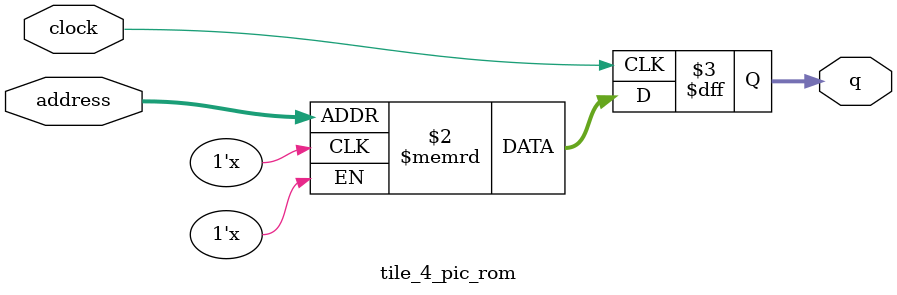
<source format=sv>
module tile_4_pic_rom (
	input logic clock,
	input logic [11:0] address,
	output logic [4:0] q
);

logic [4:0] memory [0:3071] /* synthesis ram_init_file = "./4 tile drawing/4 tile drawing.mif" */;

always_ff @ (posedge clock) begin
	q <= memory[address];
end

endmodule

</source>
